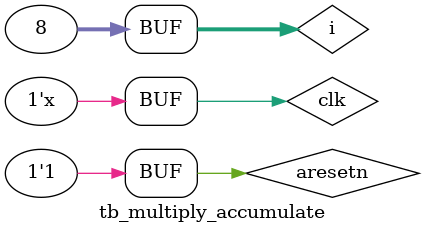
<source format=v>
module tb_multiply_accumulate;

  localparam CLK_PERIOD = 2;
  localparam RESET_DURATION = CLK_PERIOD * 5;
  localparam NUM_TESTS = 1;

  localparam DATA_W = 4;
  localparam RESULT_W = 16;

  localparam DATA_LEN = 8;

  reg clk;
  reg aresetn;

  reg [DATA_W - 1:0] data [0:DATA_LEN - 1];
  reg [DATA_W - 1:0] multi [0:DATA_LEN - 1];

  reg reset;

  wire [RESULT_W - 1:0] result;
  wire overflow;

  integer i;
  initial begin
    $dumpfile("tb_mulitply_accumulate.vcd");
    $dumpvars;

    clk = 0;
    aresetn = 0;

    for(i = 0; i < DATA_LEN; i = i + 1) begin
      data[i] <= 0;
      multi[i] <= 0;
    end

    #(RESET_DURATION);

    aresetn = 1;

     

  end

  always begin
    #(CLK_PERIOD / 2);
    clk <= ~clk;
  end

  always@(posedge clk) begin
    
  end

  multiply_accumulate#(
    .I_OPP_W(DATA_W),
    .O_OPP_W(RESULT_W)
  ) dut(
    .clk(clk),
    .aresetn(aresetn),

    .reset(reset),

    .result(result),
    .overflow(overflow)
  );

endmodule


</source>
